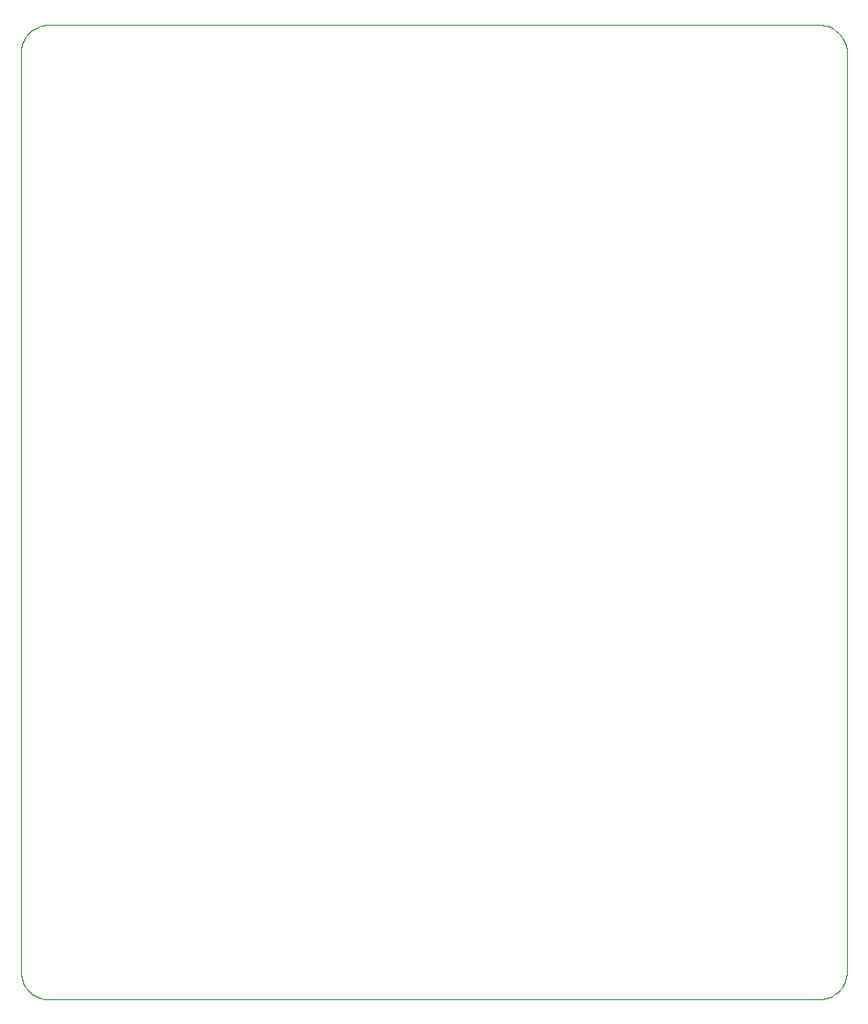
<source format=gm1>
%FSTAX23Y23*%
%MOIN*%
%SFA1B1*%

%IPPOS*%
%ADD36C,0.003000*%
%LNtachometer-boardv2.5-1*%
%LPD*%
G54D36*
X001Y0354D02*
D01*
X00093Y03539*
X00086Y03539*
X00079Y03537*
X00072Y03536*
X00065Y03533*
X00059Y03531*
X00053Y03528*
X00047Y03524*
X00041Y0352*
X00035Y03516*
X0003Y03511*
X00025Y03506*
X00021Y03501*
X00017Y03495*
X00013Y0349*
X0001Y03483*
X00007Y03477*
X00004Y0347*
X00002Y03464*
X00001Y03457*
X0Y0345*
X0Y03443*
X0Y0344*
X03D02*
D01*
X02999Y03446*
X02999Y03453*
X02997Y0346*
X02996Y03467*
X02993Y03474*
X02991Y0348*
X02988Y03486*
X02984Y03492*
X0298Y03498*
X02976Y03504*
X02971Y03509*
X02966Y03514*
X02961Y03518*
X02955Y03522*
X0295Y03526*
X02943Y03529*
X02937Y03532*
X0293Y03535*
X02924Y03537*
X02917Y03538*
X0291Y03539*
X02903Y03539*
X029Y0354*
X0Y001D02*
D01*
X0Y00093*
X0Y00086*
X00002Y00079*
X00003Y00072*
X00006Y00065*
X00008Y00059*
X00011Y00053*
X00015Y00047*
X00019Y00041*
X00023Y00035*
X00028Y0003*
X00033Y00025*
X00038Y00021*
X00044Y00017*
X0005Y00013*
X00056Y0001*
X00062Y00007*
X00069Y00004*
X00075Y00002*
X00082Y00001*
X00089Y0*
X00096Y0*
X001Y0*
X029D02*
D01*
X02906Y0*
X02913Y0*
X0292Y00002*
X02927Y00003*
X02934Y00006*
X0294Y00008*
X02946Y00011*
X02952Y00015*
X02958Y00019*
X02964Y00023*
X02969Y00028*
X02974Y00033*
X02978Y00038*
X02982Y00044*
X02986Y0005*
X02989Y00056*
X02992Y00062*
X02995Y00069*
X02997Y00075*
X02998Y00082*
X02999Y00089*
X02999Y00096*
X03Y001*
X0D02*
Y0344D01*
X03Y001D02*
Y0344D01*
X001Y0354D02*
X029D01*
X001Y0D02*
X029D01*
M02*
</source>
